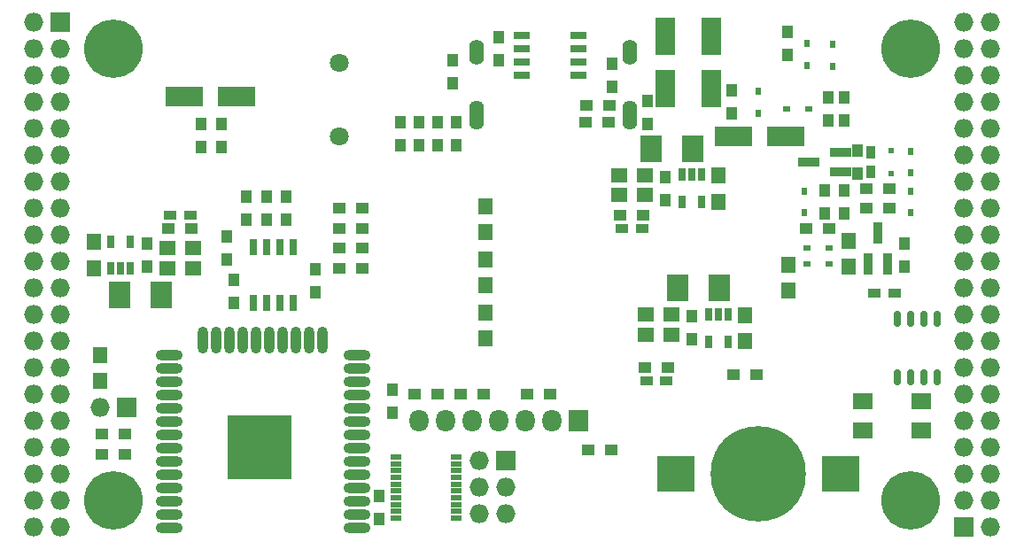
<source format=gbs>
G04 #@! TF.FileFunction,Soldermask,Bot*
%FSLAX46Y46*%
G04 Gerber Fmt 4.6, Leading zero omitted, Abs format (unit mm)*
G04 Created by KiCad (PCBNEW 4.0.7+dfsg1-1) date Wed Oct  4 18:53:59 2017*
%MOMM*%
%LPD*%
G01*
G04 APERTURE LIST*
%ADD10C,0.100000*%
%ADD11R,1.900000X3.600000*%
%ADD12R,1.000000X1.300000*%
%ADD13R,2.100000X2.600000*%
%ADD14R,0.800000X1.300000*%
%ADD15R,1.350000X1.600000*%
%ADD16R,1.600000X1.350000*%
%ADD17O,0.709600X1.573200*%
%ADD18R,0.900000X2.000000*%
%ADD19R,2.000000X0.900000*%
%ADD20R,1.300000X0.850000*%
%ADD21R,0.850000X1.300000*%
%ADD22R,1.300000X1.000000*%
%ADD23R,0.700000X1.650000*%
%ADD24R,1.650000X0.700000*%
%ADD25O,2.600000X1.000000*%
%ADD26O,1.000000X2.600000*%
%ADD27R,6.100000X6.100000*%
%ADD28R,1.827200X1.827200*%
%ADD29O,1.827200X1.827200*%
%ADD30C,5.600000*%
%ADD31R,1.100000X0.500000*%
%ADD32R,1.827200X2.132000*%
%ADD33O,1.827200X2.132000*%
%ADD34R,3.600000X3.400000*%
%ADD35C,9.100000*%
%ADD36C,1.800000*%
%ADD37O,1.400000X2.800000*%
%ADD38O,1.400000X2.400000*%
%ADD39R,1.900000X1.500000*%
%ADD40R,0.600000X0.600000*%
%ADD41R,0.700000X0.550000*%
%ADD42R,0.550000X0.700000*%
%ADD43R,3.600000X1.900000*%
G04 APERTURE END LIST*
D10*
D11*
X155695000Y-69000000D03*
X155695000Y-64000000D03*
D12*
X154044000Y-72426000D03*
X154044000Y-70226000D03*
D13*
X160870000Y-88090000D03*
X156870000Y-88090000D03*
D14*
X159825000Y-90600000D03*
X160775000Y-90600000D03*
X161725000Y-90600000D03*
X161725000Y-93200000D03*
X159825000Y-93200000D03*
D13*
X158330000Y-74755000D03*
X154330000Y-74755000D03*
D14*
X157285000Y-77235000D03*
X158235000Y-77235000D03*
X159185000Y-77235000D03*
X159185000Y-79835000D03*
X157285000Y-79835000D03*
D13*
X103530000Y-88725000D03*
X107530000Y-88725000D03*
D14*
X104575000Y-86215000D03*
X103625000Y-86215000D03*
X102675000Y-86215000D03*
X102675000Y-83615000D03*
X104575000Y-83615000D03*
D15*
X101085000Y-83665000D03*
X101085000Y-86165000D03*
D16*
X153810000Y-90630000D03*
X156310000Y-90630000D03*
X153810000Y-92535000D03*
X156310000Y-92535000D03*
D15*
X163315000Y-93150000D03*
X163315000Y-90650000D03*
D16*
X151270000Y-79200000D03*
X153770000Y-79200000D03*
X151270000Y-77295000D03*
X153770000Y-77295000D03*
D15*
X160775000Y-79815000D03*
X160775000Y-77315000D03*
D16*
X110590000Y-84280000D03*
X108090000Y-84280000D03*
X110590000Y-86185000D03*
X108090000Y-86185000D03*
D17*
X181730000Y-96599000D03*
X180460000Y-96599000D03*
X179190000Y-96599000D03*
X177920000Y-96599000D03*
X177920000Y-91011000D03*
X179190000Y-91011000D03*
X180460000Y-91011000D03*
X181730000Y-91011000D03*
D15*
X173221000Y-86038000D03*
X173221000Y-83538000D03*
D18*
X176965000Y-85780000D03*
X175065000Y-85780000D03*
X176015000Y-82780000D03*
D19*
X172435000Y-75075000D03*
X172435000Y-76975000D03*
X169435000Y-76025000D03*
D20*
X153910000Y-96910000D03*
X155810000Y-96910000D03*
X151570000Y-82375000D03*
X153470000Y-82375000D03*
X110290000Y-81105000D03*
X108390000Y-81105000D03*
D21*
X175380000Y-75075000D03*
X175380000Y-76975000D03*
D22*
X169200000Y-82375000D03*
X171400000Y-82375000D03*
D12*
X172840000Y-80935000D03*
X172840000Y-78735000D03*
D22*
X177115000Y-80470000D03*
X174915000Y-80470000D03*
D12*
X174110000Y-74925000D03*
X174110000Y-77125000D03*
X178555000Y-83815000D03*
X178555000Y-86015000D03*
X113785000Y-83180000D03*
X113785000Y-85380000D03*
X170935000Y-80935000D03*
X170935000Y-78735000D03*
X128390000Y-107945000D03*
X128390000Y-110145000D03*
D22*
X150572000Y-103584000D03*
X148372000Y-103584000D03*
X177115000Y-78565000D03*
X174915000Y-78565000D03*
X153760000Y-95640000D03*
X155960000Y-95640000D03*
X110440000Y-82375000D03*
X108240000Y-82375000D03*
X151420000Y-81105000D03*
X153620000Y-81105000D03*
D12*
X158235000Y-90800000D03*
X158235000Y-93000000D03*
X106165000Y-86015000D03*
X106165000Y-83815000D03*
X155695000Y-77465000D03*
X155695000Y-79665000D03*
D22*
X126782000Y-86185000D03*
X124582000Y-86185000D03*
X126782000Y-84279000D03*
X124582000Y-84279000D03*
X126782000Y-82375000D03*
X124582000Y-82375000D03*
X126782000Y-80470000D03*
X124582000Y-80470000D03*
D12*
X130422000Y-74458000D03*
X130422000Y-72258000D03*
X132200000Y-74458000D03*
X132200000Y-72258000D03*
X133978000Y-74458000D03*
X133978000Y-72258000D03*
X135756000Y-74458000D03*
X135756000Y-72258000D03*
D23*
X116325000Y-84120000D03*
X117595000Y-84120000D03*
X118865000Y-84120000D03*
X120135000Y-84120000D03*
X120135000Y-89520000D03*
X118865000Y-89520000D03*
X117595000Y-89520000D03*
X116325000Y-89520000D03*
D20*
X175700000Y-88598000D03*
X177600000Y-88598000D03*
D24*
X141980000Y-67705000D03*
X141980000Y-66435000D03*
X141980000Y-65165000D03*
X141980000Y-63895000D03*
X147380000Y-63895000D03*
X147380000Y-65165000D03*
X147380000Y-66435000D03*
X147380000Y-67705000D03*
D25*
X126260434Y-111030338D03*
X126260434Y-109760338D03*
X126260434Y-108490338D03*
X126260434Y-107220338D03*
X126260434Y-105950338D03*
X126260434Y-104680338D03*
X126260434Y-103410338D03*
X126260434Y-102140338D03*
X126260434Y-100870338D03*
X126260434Y-99600338D03*
X126260434Y-98330338D03*
X126260434Y-97060338D03*
X126260434Y-95790338D03*
X126260434Y-94520338D03*
D26*
X122975434Y-93030338D03*
X121705434Y-93030338D03*
X120435434Y-93030338D03*
X119165434Y-93030338D03*
X117895434Y-93030338D03*
X116625434Y-93030338D03*
X115355434Y-93030338D03*
X114085434Y-93030338D03*
X112815434Y-93030338D03*
X111545434Y-93030338D03*
D25*
X108260434Y-94520338D03*
X108260434Y-95790338D03*
X108260434Y-97060338D03*
X108260434Y-98330338D03*
X108260434Y-99600338D03*
X108260434Y-100870338D03*
X108260434Y-102140338D03*
X108260434Y-103410338D03*
X108260434Y-104680338D03*
X108260434Y-105950338D03*
X108260434Y-107220338D03*
X108260434Y-108490338D03*
X108260434Y-109760338D03*
X108260434Y-111030338D03*
D27*
X116960434Y-103330338D03*
D28*
X97910000Y-62690000D03*
D29*
X95370000Y-62690000D03*
X97910000Y-65230000D03*
X95370000Y-65230000D03*
X97910000Y-67770000D03*
X95370000Y-67770000D03*
X97910000Y-70310000D03*
X95370000Y-70310000D03*
X97910000Y-72850000D03*
X95370000Y-72850000D03*
X97910000Y-75390000D03*
X95370000Y-75390000D03*
X97910000Y-77930000D03*
X95370000Y-77930000D03*
X97910000Y-80470000D03*
X95370000Y-80470000D03*
X97910000Y-83010000D03*
X95370000Y-83010000D03*
X97910000Y-85550000D03*
X95370000Y-85550000D03*
X97910000Y-88090000D03*
X95370000Y-88090000D03*
X97910000Y-90630000D03*
X95370000Y-90630000D03*
X97910000Y-93170000D03*
X95370000Y-93170000D03*
X97910000Y-95710000D03*
X95370000Y-95710000D03*
X97910000Y-98250000D03*
X95370000Y-98250000D03*
X97910000Y-100790000D03*
X95370000Y-100790000D03*
X97910000Y-103330000D03*
X95370000Y-103330000D03*
X97910000Y-105870000D03*
X95370000Y-105870000D03*
X97910000Y-108410000D03*
X95370000Y-108410000D03*
X97910000Y-110950000D03*
X95370000Y-110950000D03*
D28*
X184270000Y-110950000D03*
D29*
X186810000Y-110950000D03*
X184270000Y-108410000D03*
X186810000Y-108410000D03*
X184270000Y-105870000D03*
X186810000Y-105870000D03*
X184270000Y-103330000D03*
X186810000Y-103330000D03*
X184270000Y-100790000D03*
X186810000Y-100790000D03*
X184270000Y-98250000D03*
X186810000Y-98250000D03*
X184270000Y-95710000D03*
X186810000Y-95710000D03*
X184270000Y-93170000D03*
X186810000Y-93170000D03*
X184270000Y-90630000D03*
X186810000Y-90630000D03*
X184270000Y-88090000D03*
X186810000Y-88090000D03*
X184270000Y-85550000D03*
X186810000Y-85550000D03*
X184270000Y-83010000D03*
X186810000Y-83010000D03*
X184270000Y-80470000D03*
X186810000Y-80470000D03*
X184270000Y-77930000D03*
X186810000Y-77930000D03*
X184270000Y-75390000D03*
X186810000Y-75390000D03*
X184270000Y-72850000D03*
X186810000Y-72850000D03*
X184270000Y-70310000D03*
X186810000Y-70310000D03*
X184270000Y-67770000D03*
X186810000Y-67770000D03*
X184270000Y-65230000D03*
X186810000Y-65230000D03*
X184270000Y-62690000D03*
X186810000Y-62690000D03*
D30*
X102990000Y-108410000D03*
X179190000Y-108410000D03*
X179190000Y-65230000D03*
X102990000Y-65230000D03*
D12*
X162045000Y-71410000D03*
X162045000Y-69210000D03*
X139820000Y-66330000D03*
X139820000Y-64130000D03*
X135375000Y-68532000D03*
X135375000Y-66332000D03*
X150615000Y-68870000D03*
X150615000Y-66670000D03*
D22*
X150275000Y-72215000D03*
X148075000Y-72215000D03*
X150380000Y-70600000D03*
X148180000Y-70600000D03*
D31*
X135735000Y-104215000D03*
X135735000Y-104865000D03*
X135735000Y-105515000D03*
X135735000Y-106165000D03*
X135735000Y-106815000D03*
X135735000Y-107465000D03*
X135735000Y-108115000D03*
X135735000Y-108765000D03*
X135735000Y-109415000D03*
X135735000Y-110065000D03*
X129935000Y-110065000D03*
X129935000Y-109415000D03*
X129935000Y-108765000D03*
X129935000Y-108115000D03*
X129935000Y-107465000D03*
X129935000Y-106815000D03*
X129935000Y-106165000D03*
X129935000Y-105515000D03*
X129935000Y-104865000D03*
X129935000Y-104215000D03*
D12*
X119500000Y-79370000D03*
X119500000Y-81570000D03*
X114480000Y-89500000D03*
X114480000Y-87300000D03*
X129660000Y-99985000D03*
X129660000Y-97785000D03*
X117595000Y-79370000D03*
X117595000Y-81570000D03*
X122280000Y-86300000D03*
X122280000Y-88500000D03*
X115690000Y-79370000D03*
X115690000Y-81570000D03*
D22*
X144730000Y-98250000D03*
X142530000Y-98250000D03*
X138380000Y-98250000D03*
X136180000Y-98250000D03*
X133935000Y-98250000D03*
X131735000Y-98250000D03*
X101890000Y-103965000D03*
X104090000Y-103965000D03*
D28*
X104260000Y-99520000D03*
D29*
X101720000Y-99520000D03*
D22*
X101890000Y-102060000D03*
X104090000Y-102060000D03*
D15*
X167506000Y-88324000D03*
X167506000Y-85824000D03*
D22*
X164415000Y-96345000D03*
X162215000Y-96345000D03*
D12*
X167379000Y-65822000D03*
X167379000Y-63622000D03*
D28*
X140455000Y-104600000D03*
D29*
X137915000Y-104600000D03*
X140455000Y-107140000D03*
X137915000Y-107140000D03*
X140455000Y-109680000D03*
X137915000Y-109680000D03*
D15*
X138550000Y-90396000D03*
X138550000Y-92896000D03*
X138550000Y-82736000D03*
X138550000Y-80236000D03*
X138550000Y-85316000D03*
X138550000Y-87816000D03*
X101720000Y-94460000D03*
X101720000Y-96960000D03*
D12*
X113277000Y-74585000D03*
X113277000Y-72385000D03*
X111372000Y-74585000D03*
X111372000Y-72385000D03*
X172840000Y-72045000D03*
X172840000Y-69845000D03*
X171316000Y-72045000D03*
X171316000Y-69845000D03*
D32*
X147440000Y-100790000D03*
D33*
X144900000Y-100790000D03*
X142360000Y-100790000D03*
X139820000Y-100790000D03*
X137280000Y-100790000D03*
X134740000Y-100790000D03*
X132200000Y-100790000D03*
D34*
X172485000Y-105870000D03*
X156685000Y-105870000D03*
D35*
X164585000Y-105870000D03*
D36*
X124580000Y-66540000D03*
X124580000Y-73540000D03*
D37*
X152280000Y-71550000D03*
X137680000Y-71550000D03*
D38*
X137680000Y-65500000D03*
X152280000Y-65500000D03*
D39*
X180212000Y-98882000D03*
X174612000Y-98882000D03*
X174612000Y-101682000D03*
X180212000Y-101682000D03*
D40*
X177285000Y-74925000D03*
X177285000Y-77125000D03*
D41*
X169250000Y-84280000D03*
X171350000Y-84280000D03*
D42*
X179190000Y-80885000D03*
X179190000Y-78785000D03*
X169030000Y-80885000D03*
X169030000Y-78785000D03*
D41*
X171350000Y-85804000D03*
X169250000Y-85804000D03*
D42*
X179190000Y-77075000D03*
X179190000Y-74975000D03*
D41*
X167345000Y-70945000D03*
X169445000Y-70945000D03*
D42*
X164585000Y-69260000D03*
X164585000Y-71360000D03*
X169284000Y-66788000D03*
X169284000Y-64688000D03*
X171697000Y-66881000D03*
X171697000Y-64781000D03*
D43*
X109761000Y-69802000D03*
X114761000Y-69802000D03*
X167212000Y-73612000D03*
X162212000Y-73612000D03*
D11*
X160140000Y-64000000D03*
X160140000Y-69000000D03*
M02*

</source>
